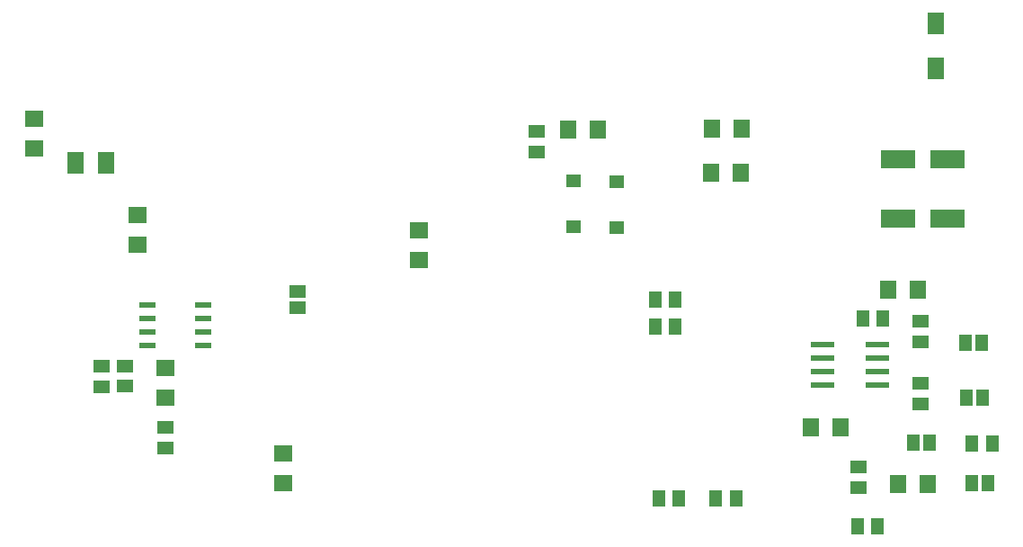
<source format=gbp>
G04 #@! TF.GenerationSoftware,KiCad,Pcbnew,8.0.4*
G04 #@! TF.CreationDate,2024-08-22T17:22:31+02:00*
G04 #@! TF.ProjectId,CENTRALE,43454e54-5241-44c4-952e-6b696361645f,rev?*
G04 #@! TF.SameCoordinates,Original*
G04 #@! TF.FileFunction,Paste,Bot*
G04 #@! TF.FilePolarity,Positive*
%FSLAX46Y46*%
G04 Gerber Fmt 4.6, Leading zero omitted, Abs format (unit mm)*
G04 Created by KiCad (PCBNEW 8.0.4) date 2024-08-22 17:22:31*
%MOMM*%
%LPD*%
G01*
G04 APERTURE LIST*
%ADD10R,1.600000X1.800000*%
%ADD11R,1.600000X2.000000*%
%ADD12R,1.500000X1.300000*%
%ADD13R,1.168400X1.600200*%
%ADD14R,1.300000X1.500000*%
%ADD15R,3.200000X1.800000*%
%ADD16R,1.470000X1.270000*%
%ADD17R,1.600200X1.168400*%
%ADD18R,1.500000X0.600000*%
%ADD19R,1.800000X1.600000*%
%ADD20R,2.200000X0.600000*%
%ADD21R,1.500000X2.120000*%
G04 APERTURE END LIST*
D10*
X155289790Y-83002519D03*
X152489790Y-83002519D03*
D11*
X106100043Y-86195350D03*
X108900043Y-86195350D03*
D12*
X179771512Y-114801760D03*
X179771512Y-116701760D03*
D13*
X191484975Y-108238985D03*
X189960975Y-108238985D03*
D12*
X108500000Y-105325297D03*
X108500000Y-107225297D03*
D14*
X182113612Y-100801225D03*
X180213612Y-100801225D03*
D15*
X183552093Y-91413747D03*
X183552093Y-85813747D03*
D12*
X149508071Y-85133829D03*
X149508071Y-83233829D03*
X110709944Y-105300243D03*
X110709944Y-107200243D03*
D10*
X175299406Y-111061338D03*
X178099406Y-111061338D03*
X185414259Y-98079794D03*
X182614259Y-98079794D03*
D13*
X192015350Y-116344582D03*
X190491350Y-116344582D03*
D16*
X157063737Y-92265129D03*
X157063737Y-87965129D03*
D10*
X186334734Y-116431269D03*
X183534734Y-116431269D03*
X165999943Y-82946682D03*
X168799943Y-82946682D03*
D14*
X190510262Y-112581413D03*
X192410262Y-112581413D03*
D10*
X165940982Y-87137240D03*
X168740982Y-87137240D03*
D13*
X191421346Y-103079913D03*
X189897346Y-103079913D03*
D12*
X114500000Y-113000000D03*
X114500000Y-111100000D03*
D17*
X127000000Y-99822000D03*
X127000000Y-98298000D03*
D18*
X112797100Y-103401638D03*
X112797100Y-102131638D03*
X112797100Y-100861638D03*
X112797100Y-99591638D03*
X118097100Y-99591638D03*
X118097100Y-100861638D03*
X118097100Y-102131638D03*
X118097100Y-103401638D03*
D15*
X188199653Y-91468250D03*
X188199653Y-85868250D03*
D19*
X111871887Y-93899225D03*
X111871887Y-91099225D03*
X138385334Y-92553788D03*
X138385334Y-95353788D03*
X125610640Y-113559397D03*
X125610640Y-116359397D03*
D20*
X176413796Y-107120872D03*
X176413796Y-105850872D03*
X176413796Y-104580872D03*
X176413796Y-103310872D03*
X181613796Y-103310872D03*
X181613796Y-104580872D03*
X181613796Y-105850872D03*
X181613796Y-107120872D03*
D14*
X162874081Y-117759250D03*
X160974081Y-117759250D03*
X160660000Y-99060000D03*
X162560000Y-99060000D03*
D21*
X187089204Y-73094271D03*
X187089204Y-77324271D03*
D19*
X114500000Y-108300000D03*
X114500000Y-105500000D03*
D13*
X186476565Y-112488969D03*
X184952565Y-112488969D03*
D14*
X181599562Y-120352054D03*
X179699562Y-120352054D03*
D19*
X102146100Y-84820000D03*
X102146100Y-82020000D03*
D16*
X152973528Y-92152594D03*
X152973528Y-87852594D03*
D14*
X166377696Y-117786360D03*
X168277696Y-117786360D03*
D12*
X185632687Y-106944422D03*
X185632687Y-108844422D03*
D14*
X162560000Y-101600000D03*
X160660000Y-101600000D03*
D12*
X185615787Y-103005182D03*
X185615787Y-101105182D03*
M02*

</source>
